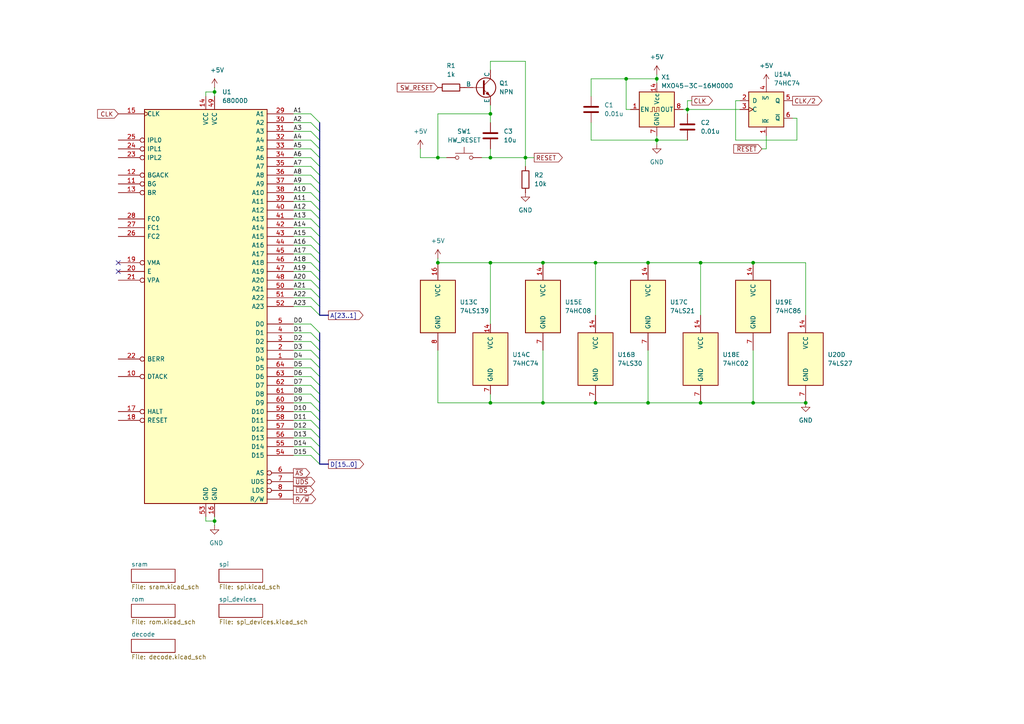
<source format=kicad_sch>
(kicad_sch (version 20231120) (generator "eeschema") (generator_version "8.0")
  (paper "A4")
  (lib_symbols
    (symbol "74xx:74HC02" (pin_names (offset 1.016))
      (property "Reference" "U" (at 0 1.27 0))
      (property "Value" "74HC02" (at 0 -1.27 0))
      (symbol "74HC02_1_1"
        (pin output inverted (at 7.62 0 180) (length 3.81) (name "~") (number "1"))
        (pin input line (at -7.62 2.54 0) (length 4.318) (name "~") (number "2"))
        (pin input line (at -7.62 -2.54 0) (length 4.318) (name "~") (number "3"))
      )
      (symbol "74HC02_1_2"
        (pin output line (at 7.62 0 180) (length 3.81) (name "~") (number "1"))
        (pin input inverted (at -7.62 2.54 0) (length 3.81) (name "~") (number "2"))
        (pin input inverted (at -7.62 -2.54 0) (length 3.81) (name "~") (number "3"))
      )
      (symbol "74HC02_2_1"
        (pin output inverted (at 7.62 0 180) (length 3.81) (name "~") (number "4"))
        (pin input line (at -7.62 2.54 0) (length 4.318) (name "~") (number "5"))
        (pin input line (at -7.62 -2.54 0) (length 4.318) (name "~") (number "6"))
      )
      (symbol "74HC02_2_2"
        (pin output line (at 7.62 0 180) (length 3.81) (name "~") (number "4"))
        (pin input inverted (at -7.62 2.54 0) (length 3.81) (name "~") (number "5"))
        (pin input inverted (at -7.62 -2.54 0) (length 3.81) (name "~") (number "6"))
      )
      (symbol "74HC02_3_1"
        (pin output inverted (at 7.62 0 180) (length 3.81) (name "~") (number "10"))
        (pin input line (at -7.62 2.54 0) (length 4.318) (name "~") (number "8"))
        (pin input line (at -7.62 -2.54 0) (length 4.318) (name "~") (number "9"))
      )
      (symbol "74HC02_3_2"
        (pin output line (at 7.62 0 180) (length 3.81) (name "~") (number "10"))
        (pin input inverted (at -7.62 2.54 0) (length 3.81) (name "~") (number "8"))
        (pin input inverted (at -7.62 -2.54 0) (length 3.81) (name "~") (number "9"))
      )
      (symbol "74HC02_4_1"
        (pin input line (at -7.62 2.54 0) (length 4.318) (name "~") (number "11"))
        (pin input line (at -7.62 -2.54 0) (length 4.318) (name "~") (number "12"))
        (pin output inverted (at 7.62 0 180) (length 3.81) (name "~") (number "13"))
      )
      (symbol "74HC02_4_2"
        (pin input inverted (at -7.62 2.54 0) (length 3.81) (name "~") (number "11"))
        (pin input inverted (at -7.62 -2.54 0) (length 3.81) (name "~") (number "12"))
        (pin output line (at 7.62 0 180) (length 3.81) (name "~") (number "13"))
      )
      (symbol "74HC02_5_0"
        (pin power_in line (at 0 12.7 270) (length 5.08) (name "VCC") (number "14"))
        (pin power_in line (at 0 -12.7 90) (length 5.08) (name "GND") (number "7"))
      )
    )
    (symbol "74xx:74HC74" (pin_names (offset 1.016))
      (property "Reference" "U" (at -7.62 8.89 0))
      (property "Value" "74HC74" (at -7.62 -8.89 0))
      (symbol "74HC74_1_0"
        (pin input line (at 0 -7.62 90) (length 2.54) (name "~{R}") (number "1"))
        (pin input line (at -7.62 2.54 0) (length 2.54) (name "D") (number "2"))
        (pin input clock (at -7.62 0 0) (length 2.54) (name "C") (number "3"))
        (pin input line (at 0 7.62 270) (length 2.54) (name "~{S}") (number "4"))
        (pin output line (at 7.62 2.54 180) (length 2.54) (name "Q") (number "5"))
        (pin output line (at 7.62 -2.54 180) (length 2.54) (name "~{Q}") (number "6"))
      )
      (symbol "74HC74_2_0"
        (pin input line (at 0 7.62 270) (length 2.54) (name "~{S}") (number "10"))
        (pin input clock (at -7.62 0 0) (length 2.54) (name "C") (number "11"))
        (pin input line (at -7.62 2.54 0) (length 2.54) (name "D") (number "12"))
        (pin input line (at 0 -7.62 90) (length 2.54) (name "~{R}") (number "13"))
        (pin output line (at 7.62 -2.54 180) (length 2.54) (name "~{Q}") (number "8"))
        (pin output line (at 7.62 2.54 180) (length 2.54) (name "Q") (number "9"))
      )
      (symbol "74HC74_3_0"
        (pin power_in line (at 0 10.16 270) (length 2.54) (name "VCC") (number "14"))
        (pin power_in line (at 0 -10.16 90) (length 2.54) (name "GND") (number "7"))
      )
    )
    (symbol "74xx:74HC86" (pin_names (offset 1.016))
      (property "Reference" "U" (at 0 1.27 0))
      (property "Value" "74HC86" (at 0 -1.27 0))
      (symbol "74HC86_1_0"
        (pin input line (at -7.62 2.54 0) (length 4.445) (name "~") (number "1"))
        (pin input line (at -7.62 -2.54 0) (length 4.445) (name "~") (number "2"))
        (pin output line (at 7.62 0 180) (length 3.81) (name "~") (number "3"))
      )
      (symbol "74HC86_2_0"
        (pin input line (at -7.62 2.54 0) (length 4.445) (name "~") (number "4"))
        (pin input line (at -7.62 -2.54 0) (length 4.445) (name "~") (number "5"))
        (pin output line (at 7.62 0 180) (length 3.81) (name "~") (number "6"))
      )
      (symbol "74HC86_3_0"
        (pin input line (at -7.62 -2.54 0) (length 4.445) (name "~") (number "10"))
        (pin output line (at 7.62 0 180) (length 3.81) (name "~") (number "8"))
        (pin input line (at -7.62 2.54 0) (length 4.445) (name "~") (number "9"))
      )
      (symbol "74HC86_4_0"
        (pin output line (at 7.62 0 180) (length 3.81) (name "~") (number "11"))
        (pin input line (at -7.62 2.54 0) (length 4.445) (name "~") (number "12"))
        (pin input line (at -7.62 -2.54 0) (length 4.445) (name "~") (number "13"))
      )
      (symbol "74HC86_5_0"
        (pin power_in line (at 0 12.7 270) (length 5.08) (name "VCC") (number "14"))
        (pin power_in line (at 0 -12.7 90) (length 5.08) (name "GND") (number "7"))
      )
    )
    (symbol "74xx:74LS08" (pin_names (offset 1.016))
      (property "Reference" "U" (at 0 1.27 0))
      (property "Value" "74LS08" (at 0 -1.27 0))
      (symbol "74LS08_1_1"
        (pin input line (at -7.62 2.54 0) (length 3.81) (name "~") (number "1"))
        (pin input line (at -7.62 -2.54 0) (length 3.81) (name "~") (number "2"))
        (pin output line (at 7.62 0 180) (length 3.81) (name "~") (number "3"))
      )
      (symbol "74LS08_1_2"
        (pin input inverted (at -7.62 2.54 0) (length 4.318) (name "~") (number "1"))
        (pin input inverted (at -7.62 -2.54 0) (length 4.318) (name "~") (number "2"))
        (pin output inverted (at 7.62 0 180) (length 3.81) (name "~") (number "3"))
      )
      (symbol "74LS08_2_1"
        (pin input line (at -7.62 2.54 0) (length 3.81) (name "~") (number "4"))
        (pin input line (at -7.62 -2.54 0) (length 3.81) (name "~") (number "5"))
        (pin output line (at 7.62 0 180) (length 3.81) (name "~") (number "6"))
      )
      (symbol "74LS08_2_2"
        (pin input inverted (at -7.62 2.54 0) (length 4.318) (name "~") (number "4"))
        (pin input inverted (at -7.62 -2.54 0) (length 4.318) (name "~") (number "5"))
        (pin output inverted (at 7.62 0 180) (length 3.81) (name "~") (number "6"))
      )
      (symbol "74LS08_3_1"
        (pin input line (at -7.62 -2.54 0) (length 3.81) (name "~") (number "10"))
        (pin output line (at 7.62 0 180) (length 3.81) (name "~") (number "8"))
        (pin input line (at -7.62 2.54 0) (length 3.81) (name "~") (number "9"))
      )
      (symbol "74LS08_3_2"
        (pin input inverted (at -7.62 -2.54 0) (length 4.318) (name "~") (number "10"))
        (pin output inverted (at 7.62 0 180) (length 3.81) (name "~") (number "8"))
        (pin input inverted (at -7.62 2.54 0) (length 4.318) (name "~") (number "9"))
      )
      (symbol "74LS08_4_1"
        (pin output line (at 7.62 0 180) (length 3.81) (name "~") (number "11"))
        (pin input line (at -7.62 2.54 0) (length 3.81) (name "~") (number "12"))
        (pin input line (at -7.62 -2.54 0) (length 3.81) (name "~") (number "13"))
      )
      (symbol "74LS08_4_2"
        (pin output inverted (at 7.62 0 180) (length 3.81) (name "~") (number "11"))
        (pin input inverted (at -7.62 2.54 0) (length 4.318) (name "~") (number "12"))
        (pin input inverted (at -7.62 -2.54 0) (length 4.318) (name "~") (number "13"))
      )
      (symbol "74LS08_5_0"
        (pin power_in line (at 0 12.7 270) (length 5.08) (name "VCC") (number "14"))
        (pin power_in line (at 0 -12.7 90) (length 5.08) (name "GND") (number "7"))
      )
    )
    (symbol "74xx:74LS139" (pin_names (offset 1.016))
      (property "Reference" "U" (at -7.62 8.89 0))
      (property "Value" "74LS139" (at -7.62 -8.89 0))
      (symbol "74LS139_1_0"
        (pin input inverted (at -12.7 -5.08 0) (length 5.08) (name "E") (number "1"))
        (pin input line (at -12.7 0 0) (length 5.08) (name "A0") (number "2"))
        (pin input line (at -12.7 2.54 0) (length 5.08) (name "A1") (number "3"))
        (pin output inverted (at 12.7 2.54 180) (length 5.08) (name "O0") (number "4"))
        (pin output inverted (at 12.7 0 180) (length 5.08) (name "O1") (number "5"))
        (pin output inverted (at 12.7 -2.54 180) (length 5.08) (name "O2") (number "6"))
        (pin output inverted (at 12.7 -5.08 180) (length 5.08) (name "O3") (number "7"))
      )
      (symbol "74LS139_2_0"
        (pin output inverted (at 12.7 -2.54 180) (length 5.08) (name "O2") (number "10"))
        (pin output inverted (at 12.7 0 180) (length 5.08) (name "O1") (number "11"))
        (pin output inverted (at 12.7 2.54 180) (length 5.08) (name "O0") (number "12"))
        (pin input line (at -12.7 2.54 0) (length 5.08) (name "A1") (number "13"))
        (pin input line (at -12.7 0 0) (length 5.08) (name "A0") (number "14"))
        (pin input inverted (at -12.7 -5.08 0) (length 5.08) (name "E") (number "15"))
        (pin output inverted (at 12.7 -5.08 180) (length 5.08) (name "O3") (number "9"))
      )
      (symbol "74LS139_3_0"
        (pin power_in line (at 0 12.7 270) (length 5.08) (name "VCC") (number "16"))
        (pin power_in line (at 0 -12.7 90) (length 5.08) (name "GND") (number "8"))
      )
    )
    (symbol "74xx:74LS21" (pin_names (offset 1.016))
      (property "Reference" "U" (at 0 1.27 0))
      (property "Value" "74LS21" (at 0 -1.27 0))
      (symbol "74LS21_1_1"
        (pin input line (at -7.62 3.81 0) (length 3.81) (name "~") (number "1"))
        (pin input line (at -7.62 1.27 0) (length 3.81) (name "~") (number "2"))
        (pin input line (at -7.62 -1.27 0) (length 3.81) (name "~") (number "4"))
        (pin input line (at -7.62 -3.81 0) (length 3.81) (name "~") (number "5"))
        (pin output line (at 7.62 0 180) (length 3.81) (name "~") (number "6"))
      )
      (symbol "74LS21_1_2"
        (pin input inverted (at -7.62 3.81 0) (length 3.81) (name "~") (number "1"))
        (pin input inverted (at -7.62 1.27 0) (length 4.826) (name "~") (number "2"))
        (pin input inverted (at -7.62 -1.27 0) (length 4.826) (name "~") (number "4"))
        (pin input inverted (at -7.62 -3.81 0) (length 3.81) (name "~") (number "5"))
        (pin output inverted (at 7.62 0 180) (length 3.81) (name "~") (number "6"))
      )
      (symbol "74LS21_2_1"
        (pin input line (at -7.62 1.27 0) (length 3.81) (name "~") (number "10"))
        (pin input line (at -7.62 -1.27 0) (length 3.81) (name "~") (number "12"))
        (pin input line (at -7.62 -3.81 0) (length 3.81) (name "~") (number "13"))
        (pin output line (at 7.62 0 180) (length 3.81) (name "~") (number "8"))
        (pin input line (at -7.62 3.81 0) (length 3.81) (name "~") (number "9"))
      )
      (symbol "74LS21_2_2"
        (pin input inverted (at -7.62 1.27 0) (length 4.826) (name "~") (number "10"))
        (pin input inverted (at -7.62 -1.27 0) (length 4.826) (name "~") (number "12"))
        (pin input inverted (at -7.62 -3.81 0) (length 3.81) (name "~") (number "13"))
        (pin output inverted (at 7.62 0 180) (length 3.81) (name "~") (number "8"))
        (pin input inverted (at -7.62 3.81 0) (length 3.81) (name "~") (number "9"))
      )
      (symbol "74LS21_3_0"
        (pin power_in line (at 0 12.7 270) (length 5.08) (name "VCC") (number "14"))
        (pin power_in line (at 0 -12.7 90) (length 5.08) (name "GND") (number "7"))
      )
    )
    (symbol "74xx:74LS27" (pin_names (offset 1.016))
      (property "Reference" "U" (at 0 1.27 0))
      (property "Value" "74LS27" (at 0 -1.27 0))
      (symbol "74LS27_1_1"
        (pin input line (at -7.62 2.54 0) (length 4.318) (name "~") (number "1"))
        (pin output inverted (at 7.62 0 180) (length 3.81) (name "~") (number "12"))
        (pin input line (at -7.62 -2.54 0) (length 4.318) (name "~") (number "13"))
        (pin input line (at -7.62 0 0) (length 4.953) (name "~") (number "2"))
      )
      (symbol "74LS27_1_2"
        (pin input inverted (at -7.62 2.54 0) (length 3.81) (name "~") (number "1"))
        (pin output line (at 7.62 0 180) (length 3.81) (name "~") (number "12"))
        (pin input inverted (at -7.62 -2.54 0) (length 3.81) (name "~") (number "13"))
        (pin input inverted (at -7.62 0 0) (length 3.81) (name "~") (number "2"))
      )
      (symbol "74LS27_2_1"
        (pin input line (at -7.62 2.54 0) (length 4.318) (name "~") (number "3"))
        (pin input line (at -7.62 0 0) (length 4.953) (name "~") (number "4"))
        (pin input line (at -7.62 -2.54 0) (length 4.318) (name "~") (number "5"))
        (pin output inverted (at 7.62 0 180) (length 3.81) (name "~") (number "6"))
      )
      (symbol "74LS27_2_2"
        (pin input inverted (at -7.62 2.54 0) (length 3.81) (name "~") (number "3"))
        (pin input inverted (at -7.62 0 0) (length 3.81) (name "~") (number "4"))
        (pin input inverted (at -7.62 -2.54 0) (length 3.81) (name "~") (number "5"))
        (pin output line (at 7.62 0 180) (length 3.81) (name "~") (number "6"))
      )
      (symbol "74LS27_3_1"
        (pin input line (at -7.62 0 0) (length 4.953) (name "~") (number "10"))
        (pin input line (at -7.62 -2.54 0) (length 4.318) (name "~") (number "11"))
        (pin output inverted (at 7.62 0 180) (length 3.81) (name "~") (number "8"))
        (pin input line (at -7.62 2.54 0) (length 4.318) (name "~") (number "9"))
      )
      (symbol "74LS27_3_2"
        (pin input inverted (at -7.62 0 0) (length 3.81) (name "~") (number "10"))
        (pin input inverted (at -7.62 -2.54 0) (length 3.81) (name "~") (number "11"))
        (pin output line (at 7.62 0 180) (length 3.81) (name "~") (number "8"))
        (pin input inverted (at -7.62 2.54 0) (length 3.81) (name "~") (number "9"))
      )
      (symbol "74LS27_4_0"
        (pin power_in line (at 0 12.7 270) (length 5.08) (name "VCC") (number "14"))
        (pin power_in line (at 0 -12.7 90) (length 5.08) (name "GND") (number "7"))
      )
    )
    (symbol "74xx:74LS30" (pin_names (offset 1.016))
      (property "Reference" "U" (at 0 1.27 0))
      (property "Value" "74LS30" (at 0 -1.27 0))
      (symbol "74LS30_1_1"
        (pin input line (at -7.62 7.62 0) (length 3.81) (name "~") (number "1"))
        (pin input line (at -7.62 -7.62 0) (length 3.81) (name "~") (number "11"))
        (pin input line (at -7.62 -10.16 0) (length 3.81) (name "~") (number "12"))
        (pin input line (at -7.62 5.08 0) (length 3.81) (name "~") (number "2"))
        (pin input line (at -7.62 2.54 0) (length 3.81) (name "~") (number "3"))
        (pin input line (at -7.62 0 0) (length 3.81) (name "~") (number "4"))
        (pin input line (at -7.62 -2.54 0) (length 3.81) (name "~") (number "5"))
        (pin input line (at -7.62 -5.08 0) (length 3.81) (name "~") (number "6"))
        (pin output inverted (at 7.62 0 180) (length 3.81) (name "~") (number "8"))
      )
      (symbol "74LS30_1_2"
        (pin input inverted (at -7.62 7.62 0) (length 3.81) (name "~") (number "1"))
        (pin input inverted (at -7.62 -7.62 0) (length 3.81) (name "~") (number "11"))
        (pin input inverted (at -7.62 -10.16 0) (length 3.81) (name "~") (number "12"))
        (pin input inverted (at -7.62 5.08 0) (length 3.81) (name "~") (number "2"))
        (pin input inverted (at -7.62 2.54 0) (length 4.5466) (name "~") (number "3"))
        (pin input inverted (at -7.62 0 0) (length 5.08) (name "~") (number "4"))
        (pin input inverted (at -7.62 -2.54 0) (length 4.5466) (name "~") (number "5"))
        (pin input inverted (at -7.62 -5.08 0) (length 3.81) (name "~") (number "6"))
        (pin output line (at 7.62 0 180) (length 3.81) (name "~") (number "8"))
      )
      (symbol "74LS30_2_0"
        (pin power_in line (at 0 12.7 270) (length 5.08) (name "VCC") (number "14"))
        (pin power_in line (at 0 -12.7 90) (length 5.08) (name "GND") (number "7"))
      )
    )
    (symbol "CPU_NXP_68000:68000D" (pin_names (offset 0.762))
      (property "Reference" "U" (at 0 2.54 0))
      (property "Value" "68000D" (at 0 -3.81 0))
      (symbol "68000D_1_1"
        (pin bidirectional line (at 25.4 -15.24 180) (length 7.62) (name "D4") (number "1"))
        (pin input inverted (at -25.4 -20.32 0) (length 7.62) (name "DTACK") (number "10"))
        (pin output inverted (at -25.4 35.56 0) (length 7.62) (name "BG") (number "11"))
        (pin input inverted (at -25.4 38.1 0) (length 7.62) (name "BGACK") (number "12"))
        (pin input inverted (at -25.4 33.02 0) (length 7.62) (name "BR") (number "13"))
        (pin power_in line (at 0 60.96 270) (length 3.81) (name "VCC") (number "14"))
        (pin input clock (at -25.4 55.88 0) (length 7.62) (name "CLK") (number "15"))
        (pin power_in line (at 2.54 -60.96 90) (length 3.81) (name "GND") (number "16"))
        (pin bidirectional inverted (at -25.4 -30.48 0) (length 7.62) (name "HALT") (number "17"))
        (pin bidirectional inverted (at -25.4 -33.02 0) (length 7.62) (name "RESET") (number "18"))
        (pin output inverted (at -25.4 12.7 0) (length 7.62) (name "VMA") (number "19"))
        (pin bidirectional line (at 25.4 -12.7 180) (length 7.62) (name "D3") (number "2"))
        (pin output line (at -25.4 10.16 0) (length 7.62) (name "E") (number "20"))
        (pin input inverted (at -25.4 7.62 0) (length 7.62) (name "VPA") (number "21"))
        (pin input inverted (at -25.4 -15.24 0) (length 7.62) (name "BERR") (number "22"))
        (pin input inverted (at -25.4 43.18 0) (length 7.62) (name "IPL2") (number "23"))
        (pin input inverted (at -25.4 45.72 0) (length 7.62) (name "IPL1") (number "24"))
        (pin input inverted (at -25.4 48.26 0) (length 7.62) (name "IPL0") (number "25"))
        (pin output line (at -25.4 20.32 0) (length 7.62) (name "FC2") (number "26"))
        (pin output line (at -25.4 22.86 0) (length 7.62) (name "FC1") (number "27"))
        (pin output line (at -25.4 25.4 0) (length 7.62) (name "FC0") (number "28"))
        (pin output line (at 25.4 55.88 180) (length 7.62) (name "A1") (number "29"))
        (pin bidirectional line (at 25.4 -10.16 180) (length 7.62) (name "D2") (number "3"))
        (pin output line (at 25.4 53.34 180) (length 7.62) (name "A2") (number "30"))
        (pin output line (at 25.4 50.8 180) (length 7.62) (name "A3") (number "31"))
        (pin output line (at 25.4 48.26 180) (length 7.62) (name "A4") (number "32"))
        (pin output line (at 25.4 45.72 180) (length 7.62) (name "A5") (number "33"))
        (pin output line (at 25.4 43.18 180) (length 7.62) (name "A6") (number "34"))
        (pin output line (at 25.4 40.64 180) (length 7.62) (name "A7") (number "35"))
        (pin output line (at 25.4 38.1 180) (length 7.62) (name "A8") (number "36"))
        (pin output line (at 25.4 35.56 180) (length 7.62) (name "A9") (number "37"))
        (pin output line (at 25.4 33.02 180) (length 7.62) (name "A10") (number "38"))
        (pin output line (at 25.4 30.48 180) (length 7.62) (name "A11") (number "39"))
        (pin bidirectional line (at 25.4 -7.62 180) (length 7.62) (name "D1") (number "4"))
        (pin output line (at 25.4 27.94 180) (length 7.62) (name "A12") (number "40"))
        (pin output line (at 25.4 25.4 180) (length 7.62) (name "A13") (number "41"))
        (pin output line (at 25.4 22.86 180) (length 7.62) (name "A14") (number "42"))
        (pin output line (at 25.4 20.32 180) (length 7.62) (name "A15") (number "43"))
        (pin output line (at 25.4 17.78 180) (length 7.62) (name "A16") (number "44"))
        (pin output line (at 25.4 15.24 180) (length 7.62) (name "A17") (number "45"))
        (pin output line (at 25.4 12.7 180) (length 7.62) (name "A18") (number "46"))
        (pin output line (at 25.4 10.16 180) (length 7.62) (name "A19") (number "47"))
        (pin output line (at 25.4 7.62 180) (length 7.62) (name "A20") (number "48"))
        (pin power_in line (at 2.54 60.96 270) (length 3.81) (name "VCC") (number "49"))
        (pin bidirectional line (at 25.4 -5.08 180) (length 7.62) (name "D0") (number "5"))
        (pin output line (at 25.4 5.08 180) (length 7.62) (name "A21") (number "50"))
        (pin output line (at 25.4 2.54 180) (length 7.62) (name "A22") (number "51"))
        (pin output line (at 25.4 0 180) (length 7.62) (name "A23") (number "52"))
        (pin power_in line (at 0 -60.96 90) (length 3.81) (name "GND") (number "53"))
        (pin bidirectional line (at 25.4 -43.18 180) (length 7.62) (name "D15") (number "54"))
        (pin bidirectional line (at 25.4 -40.64 180) (length 7.62) (name "D14") (number "55"))
        (pin bidirectional line (at 25.4 -38.1 180) (length 7.62) (name "D13") (number "56"))
        (pin bidirectional line (at 25.4 -35.56 180) (length 7.62) (name "D12") (number "57"))
        (pin bidirectional line (at 25.4 -33.02 180) (length 7.62) (name "D11") (number "58"))
        (pin bidirectional line (at 25.4 -30.48 180) (length 7.62) (name "D10") (number "59"))
        (pin output inverted (at 25.4 -48.26 180) (length 7.62) (name "AS") (number "6"))
        (pin bidirectional line (at 25.4 -27.94 180) (length 7.62) (name "D9") (number "60"))
        (pin bidirectional line (at 25.4 -25.4 180) (length 7.62) (name "D8") (number "61"))
        (pin bidirectional line (at 25.4 -22.86 180) (length 7.62) (name "D7") (number "62"))
        (pin bidirectional line (at 25.4 -20.32 180) (length 7.62) (name "D6") (number "63"))
        (pin bidirectional line (at 25.4 -17.78 180) (length 7.62) (name "D5") (number "64"))
        (pin output inverted (at 25.4 -50.8 180) (length 7.62) (name "UDS") (number "7"))
        (pin output inverted (at 25.4 -53.34 180) (length 7.62) (name "LDS") (number "8"))
        (pin output line (at 25.4 -55.88 180) (length 7.62) (name "R/W") (number "9"))
      )
    )
    (symbol "Device:C" (pin_numbers hide) (pin_names (offset 0.254))
      (property "Reference" "C" (at 0.635 2.54 0))
      (property "Value" "C" (at 0.635 -2.54 0))
      (symbol "C_1_1"
        (pin passive line (at 0 3.81 270) (length 2.794) (name "~") (number "1"))
        (pin passive line (at 0 -3.81 90) (length 2.794) (name "~") (number "2"))
      )
    )
    (symbol "Device:R" (pin_numbers hide) (pin_names (offset 0))
      (property "Reference" "R" (at 2.032 0 90))
      (property "Value" "R" (at 0 0 90))
      (symbol "R_1_1"
        (pin passive line (at 0 3.81 270) (length 1.27) (name "~") (number "1"))
        (pin passive line (at 0 -3.81 90) (length 1.27) (name "~") (number "2"))
      )
    )
    (symbol "Oscillator:CXO_DIP14" (pin_names (offset 0.254))
      (property "Reference" "X" (at -5.08 6.35 0))
      (property "Value" "CXO_DIP14" (at 1.27 -6.35 0))
      (symbol "CXO_DIP14_1_1"
        (pin input line (at -7.62 0 0) (length 2.54) (name "EN") (number "1"))
        (pin power_in line (at 0 7.62 270) (length 2.54) (name "Vcc") (number "14"))
        (pin power_in line (at 0 -7.62 90) (length 2.54) (name "GND") (number "7"))
        (pin output line (at 7.62 0 180) (length 2.54) (name "OUT") (number "8"))
      )
    )
    (symbol "Simulation_SPICE:NPN" (pin_numbers hide) (pin_names (offset 0))
      (property "Reference" "Q" (at -2.54 7.62 0))
      (property "Value" "NPN" (at -2.54 5.08 0))
      (symbol "NPN_1_1"
        (pin open_collector line (at 2.54 5.08 270) (length 2.54) (name "C") (number "1"))
        (pin input line (at -5.08 0 0) (length 2.54) (name "B") (number "2"))
        (pin open_emitter line (at 2.54 -5.08 90) (length 2.54) (name "E") (number "3"))
      )
    )
    (symbol "Switch:SW_Push" (pin_numbers hide) (pin_names (offset 1.016) hide)
      (property "Reference" "SW" (at 1.27 2.54 0))
      (property "Value" "SW_Push" (at 0 -1.524 0))
      (symbol "SW_Push_0_1"
        (pin passive line (at -5.08 0 0) (length 2.54) (name "1") (number "1"))
        (pin passive line (at 5.08 0 180) (length 2.54) (name "2") (number "2"))
      )
    )
    (symbol "power:+5V" (power) (pin_numbers hide) (pin_names (offset 0) hide)
      (property "Value" "+5V" (at 0 3.556 0))
      (symbol "+5V_1_1"
        (pin power_in line (at 0 0 90) (length 0) (name "~") (number "1"))
      )
    )
    (symbol "power:GND" (power) (pin_numbers hide) (pin_names (offset 0) hide)
      (property "Value" "GND" (at 0 -3.81 0))
      (symbol "GND_1_1"
        (pin power_in line (at 0 0 270) (length 0) (name "~") (number "1"))
      )
    )
  )
  (junction (at 218.44 76.2))
  (junction (at 142.24 76.2))
  (junction (at 142.24 45.72))
  (junction (at 127 76.2))
  (junction (at 127 45.72))
  (junction (at 62.23 151.13))
  (junction (at 190.5 40.64))
  (junction (at 152.4 45.72))
  (junction (at 181.61 22.86))
  (junction (at 218.44 116.84))
  (junction (at 190.5 22.86))
  (junction (at 233.68 116.84))
  (junction (at 203.2 76.2))
  (junction (at 142.24 116.84))
  (junction (at 172.72 76.2))
  (junction (at 142.24 33.02))
  (junction (at 157.48 76.2))
  (junction (at 172.72 116.84))
  (junction (at 187.96 116.84))
  (junction (at 203.2 116.84))
  (junction (at 199.39 31.75))
  (junction (at 62.23 26.67))
  (junction (at 157.48 116.84))
  (junction (at 187.96 76.2))
  (no_connect (at 34.29 76.2))
  (no_connect (at 34.29 78.74))
  (bus_entry (at 92.71 71.12) (size -2.54 -2.54))
  (bus_entry (at 92.71 119.38) (size -2.54 -2.54))
  (bus_entry (at 92.71 68.58) (size -2.54 -2.54))
  (bus_entry (at 92.71 78.74) (size -2.54 -2.54))
  (bus_entry (at 92.71 116.84) (size -2.54 -2.54))
  (bus_entry (at 92.71 83.82) (size -2.54 -2.54))
  (bus_entry (at 92.71 124.46) (size -2.54 -2.54))
  (bus_entry (at 92.71 55.88) (size -2.54 -2.54))
  (bus_entry (at 92.71 76.2) (size -2.54 -2.54))
  (bus_entry (at 92.71 73.66) (size -2.54 -2.54))
  (bus_entry (at 92.71 127) (size -2.54 -2.54))
  (bus_entry (at 92.71 81.28) (size -2.54 -2.54))
  (bus_entry (at 92.71 109.22) (size -2.54 -2.54))
  (bus_entry (at 92.71 111.76) (size -2.54 -2.54))
  (bus_entry (at 92.71 38.1) (size -2.54 -2.54))
  (bus_entry (at 92.71 101.6) (size -2.54 -2.54))
  (bus_entry (at 92.71 53.34) (size -2.54 -2.54))
  (bus_entry (at 92.71 91.44) (size -2.54 -2.54))
  (bus_entry (at 92.71 121.92) (size -2.54 -2.54))
  (bus_entry (at 92.71 134.62) (size -2.54 -2.54))
  (bus_entry (at 92.71 114.3) (size -2.54 -2.54))
  (bus_entry (at 92.71 48.26) (size -2.54 -2.54))
  (bus_entry (at 92.71 104.14) (size -2.54 -2.54))
  (bus_entry (at 92.71 96.52) (size -2.54 -2.54))
  (bus_entry (at 92.71 43.18) (size -2.54 -2.54))
  (bus_entry (at 92.71 86.36) (size -2.54 -2.54))
  (bus_entry (at 92.71 88.9) (size -2.54 -2.54))
  (bus_entry (at 92.71 66.04) (size -2.54 -2.54))
  (bus_entry (at 92.71 58.42) (size -2.54 -2.54))
  (bus_entry (at 92.71 35.56) (size -2.54 -2.54))
  (bus_entry (at 92.71 60.96) (size -2.54 -2.54))
  (bus_entry (at 92.71 63.5) (size -2.54 -2.54))
  (bus_entry (at 92.71 50.8) (size -2.54 -2.54))
  (bus_entry (at 92.71 40.64) (size -2.54 -2.54))
  (bus_entry (at 92.71 129.54) (size -2.54 -2.54))
  (bus_entry (at 92.71 132.08) (size -2.54 -2.54))
  (bus_entry (at 92.71 45.72) (size -2.54 -2.54))
  (bus_entry (at 92.71 106.68) (size -2.54 -2.54))
  (bus_entry (at 92.71 99.06) (size -2.54 -2.54))
  (wire (pts (xy 85.09 114.3) (xy 90.17 114.3)))
  (wire (pts (xy 190.5 22.86) (xy 190.5 24.13)))
  (wire (pts (xy 62.23 152.4) (xy 62.23 151.13)))
  (bus (pts (xy 92.71 68.58) (xy 92.71 71.12)))
  (wire (pts (xy 233.68 76.2) (xy 233.68 91.44)))
  (wire (pts (xy 85.09 55.88) (xy 90.17 55.88)))
  (wire (pts (xy 231.14 40.64) (xy 231.14 34.29)))
  (bus (pts (xy 92.71 86.36) (xy 92.71 88.9)))
  (wire (pts (xy 231.14 34.29) (xy 229.87 34.29)))
  (wire (pts (xy 85.09 66.04) (xy 90.17 66.04)))
  (wire (pts (xy 85.09 83.82) (xy 90.17 83.82)))
  (wire (pts (xy 222.25 43.18) (xy 222.25 39.37)))
  (wire (pts (xy 59.69 151.13) (xy 62.23 151.13)))
  (wire (pts (xy 85.09 45.72) (xy 90.17 45.72)))
  (wire (pts (xy 218.44 76.2) (xy 233.68 76.2)))
  (wire (pts (xy 213.36 29.21) (xy 213.36 40.64)))
  (wire (pts (xy 199.39 31.75) (xy 214.63 31.75)))
  (wire (pts (xy 62.23 151.13) (xy 62.23 149.86)))
  (bus (pts (xy 92.71 55.88) (xy 92.71 58.42)))
  (wire (pts (xy 85.09 111.76) (xy 90.17 111.76)))
  (wire (pts (xy 85.09 121.92) (xy 90.17 121.92)))
  (wire (pts (xy 85.09 101.6) (xy 90.17 101.6)))
  (wire (pts (xy 190.5 21.59) (xy 190.5 22.86)))
  (wire (pts (xy 213.36 40.64) (xy 231.14 40.64)))
  (wire (pts (xy 59.69 26.67) (xy 62.23 26.67)))
  (wire (pts (xy 142.24 116.84) (xy 157.48 116.84)))
  (wire (pts (xy 85.09 86.36) (xy 90.17 86.36)))
  (wire (pts (xy 142.24 33.02) (xy 142.24 30.48)))
  (wire (pts (xy 127 45.72) (xy 129.54 45.72)))
  (wire (pts (xy 85.09 40.64) (xy 90.17 40.64)))
  (wire (pts (xy 152.4 45.72) (xy 154.94 45.72)))
  (wire (pts (xy 85.09 60.96) (xy 90.17 60.96)))
  (bus (pts (xy 92.71 45.72) (xy 92.71 48.26)))
  (wire (pts (xy 85.09 58.42) (xy 90.17 58.42)))
  (wire (pts (xy 85.09 33.02) (xy 90.17 33.02)))
  (wire (pts (xy 121.92 45.72) (xy 121.92 43.18)))
  (wire (pts (xy 220.98 43.18) (xy 222.25 43.18)))
  (wire (pts (xy 85.09 48.26) (xy 90.17 48.26)))
  (wire (pts (xy 203.2 76.2) (xy 218.44 76.2)))
  (wire (pts (xy 85.09 71.12) (xy 90.17 71.12)))
  (wire (pts (xy 62.23 25.4) (xy 62.23 26.67)))
  (bus (pts (xy 92.71 129.54) (xy 92.71 132.08)))
  (wire (pts (xy 85.09 63.5) (xy 90.17 63.5)))
  (wire (pts (xy 157.48 116.84) (xy 172.72 116.84)))
  (wire (pts (xy 152.4 45.72) (xy 142.24 45.72)))
  (bus (pts (xy 92.71 60.96) (xy 92.71 63.5)))
  (wire (pts (xy 172.72 76.2) (xy 172.72 91.44)))
  (bus (pts (xy 92.71 119.38) (xy 92.71 121.92)))
  (bus (pts (xy 92.71 76.2) (xy 92.71 78.74)))
  (wire (pts (xy 190.5 40.64) (xy 190.5 39.37)))
  (wire (pts (xy 85.09 106.68) (xy 90.17 106.68)))
  (bus (pts (xy 92.71 91.44) (xy 95.25 91.44)))
  (wire (pts (xy 181.61 22.86) (xy 181.61 31.75)))
  (wire (pts (xy 85.09 109.22) (xy 90.17 109.22)))
  (wire (pts (xy 142.24 35.56) (xy 142.24 33.02)))
  (bus (pts (xy 92.71 63.5) (xy 92.71 66.04)))
  (wire (pts (xy 203.2 76.2) (xy 203.2 91.44)))
  (bus (pts (xy 92.71 48.26) (xy 92.71 50.8)))
  (wire (pts (xy 157.48 76.2) (xy 172.72 76.2)))
  (bus (pts (xy 92.71 78.74) (xy 92.71 81.28)))
  (wire (pts (xy 190.5 40.64) (xy 199.39 40.64)))
  (wire (pts (xy 199.39 33.02) (xy 199.39 31.75)))
  (bus (pts (xy 92.71 66.04) (xy 92.71 68.58)))
  (wire (pts (xy 171.45 35.56) (xy 171.45 40.64)))
  (bus (pts (xy 92.71 73.66) (xy 92.71 76.2)))
  (bus (pts (xy 92.71 101.6) (xy 92.71 104.14)))
  (wire (pts (xy 59.69 27.94) (xy 59.69 26.67)))
  (bus (pts (xy 92.71 83.82) (xy 92.71 86.36)))
  (wire (pts (xy 127 116.84) (xy 142.24 116.84)))
  (wire (pts (xy 127 74.93) (xy 127 76.2)))
  (wire (pts (xy 85.09 76.2) (xy 90.17 76.2)))
  (wire (pts (xy 172.72 76.2) (xy 187.96 76.2)))
  (bus (pts (xy 92.71 58.42) (xy 92.71 60.96)))
  (wire (pts (xy 172.72 116.84) (xy 187.96 116.84)))
  (wire (pts (xy 142.24 76.2) (xy 142.24 93.98)))
  (wire (pts (xy 139.7 45.72) (xy 142.24 45.72)))
  (bus (pts (xy 92.71 71.12) (xy 92.71 73.66)))
  (wire (pts (xy 200.66 29.21) (xy 199.39 29.21)))
  (bus (pts (xy 92.71 116.84) (xy 92.71 119.38)))
  (bus (pts (xy 92.71 111.76) (xy 92.71 114.3)))
  (wire (pts (xy 85.09 78.74) (xy 90.17 78.74)))
  (bus (pts (xy 92.71 81.28) (xy 92.71 83.82)))
  (wire (pts (xy 85.09 119.38) (xy 90.17 119.38)))
  (wire (pts (xy 187.96 116.84) (xy 203.2 116.84)))
  (wire (pts (xy 85.09 96.52) (xy 90.17 96.52)))
  (wire (pts (xy 85.09 99.06) (xy 90.17 99.06)))
  (wire (pts (xy 142.24 17.78) (xy 142.24 20.32)))
  (wire (pts (xy 85.09 68.58) (xy 90.17 68.58)))
  (wire (pts (xy 85.09 132.08) (xy 90.17 132.08)))
  (bus (pts (xy 92.71 99.06) (xy 92.71 101.6)))
  (wire (pts (xy 142.24 43.18) (xy 142.24 45.72)))
  (wire (pts (xy 127 33.02) (xy 142.24 33.02)))
  (wire (pts (xy 190.5 22.86) (xy 181.61 22.86)))
  (wire (pts (xy 181.61 22.86) (xy 171.45 22.86)))
  (wire (pts (xy 199.39 31.75) (xy 198.12 31.75)))
  (wire (pts (xy 85.09 81.28) (xy 90.17 81.28)))
  (bus (pts (xy 92.71 96.52) (xy 92.71 99.06)))
  (wire (pts (xy 142.24 114.3) (xy 142.24 116.84)))
  (bus (pts (xy 92.71 50.8) (xy 92.71 53.34)))
  (bus (pts (xy 92.71 114.3) (xy 92.71 116.84)))
  (wire (pts (xy 190.5 41.91) (xy 190.5 40.64)))
  (wire (pts (xy 85.09 127) (xy 90.17 127)))
  (wire (pts (xy 157.48 101.6) (xy 157.48 116.84)))
  (wire (pts (xy 142.24 17.78) (xy 152.4 17.78)))
  (wire (pts (xy 181.61 31.75) (xy 182.88 31.75)))
  (wire (pts (xy 85.09 43.18) (xy 90.17 43.18)))
  (wire (pts (xy 85.09 73.66) (xy 90.17 73.66)))
  (wire (pts (xy 214.63 29.21) (xy 213.36 29.21)))
  (wire (pts (xy 127 101.6) (xy 127 116.84)))
  (bus (pts (xy 92.71 38.1) (xy 92.71 40.64)))
  (wire (pts (xy 121.92 45.72) (xy 127 45.72)))
  (bus (pts (xy 92.71 40.64) (xy 92.71 43.18)))
  (wire (pts (xy 218.44 101.6) (xy 218.44 116.84)))
  (bus (pts (xy 92.71 43.18) (xy 92.71 45.72)))
  (wire (pts (xy 85.09 88.9) (xy 90.17 88.9)))
  (wire (pts (xy 85.09 93.98) (xy 90.17 93.98)))
  (wire (pts (xy 233.68 116.84) (xy 218.44 116.84)))
  (wire (pts (xy 187.96 76.2) (xy 203.2 76.2)))
  (wire (pts (xy 218.44 116.84) (xy 203.2 116.84)))
  (wire (pts (xy 171.45 22.86) (xy 171.45 27.94)))
  (bus (pts (xy 92.71 104.14) (xy 92.71 106.68)))
  (wire (pts (xy 142.24 76.2) (xy 157.48 76.2)))
  (wire (pts (xy 199.39 29.21) (xy 199.39 31.75)))
  (wire (pts (xy 152.4 17.78) (xy 152.4 45.72)))
  (wire (pts (xy 85.09 129.54) (xy 90.17 129.54)))
  (wire (pts (xy 62.23 26.67) (xy 62.23 27.94)))
  (wire (pts (xy 187.96 101.6) (xy 187.96 116.84)))
  (wire (pts (xy 85.09 38.1) (xy 90.17 38.1)))
  (bus (pts (xy 92.71 121.92) (xy 92.71 124.46)))
  (bus (pts (xy 92.71 106.68) (xy 92.71 109.22)))
  (wire (pts (xy 171.45 40.64) (xy 190.5 40.64)))
  (wire (pts (xy 127 33.02) (xy 127 45.72)))
  (wire (pts (xy 85.09 35.56) (xy 90.17 35.56)))
  (bus (pts (xy 92.71 35.56) (xy 92.71 38.1)))
  (wire (pts (xy 59.69 149.86) (xy 59.69 151.13)))
  (bus (pts (xy 92.71 124.46) (xy 92.71 127)))
  (wire (pts (xy 85.09 50.8) (xy 90.17 50.8)))
  (wire (pts (xy 85.09 116.84) (xy 90.17 116.84)))
  (wire (pts (xy 85.09 53.34) (xy 90.17 53.34)))
  (wire (pts (xy 152.4 45.72) (xy 152.4 48.26)))
  (wire (pts (xy 127 76.2) (xy 142.24 76.2)))
  (wire (pts (xy 85.09 104.14) (xy 90.17 104.14)))
  (wire (pts (xy 85.09 124.46) (xy 90.17 124.46)))
  (bus (pts (xy 92.71 88.9) (xy 92.71 91.44)))
  (bus (pts (xy 92.71 127) (xy 92.71 129.54)))
  (bus (pts (xy 92.71 53.34) (xy 92.71 55.88)))
  (bus (pts (xy 92.71 134.62) (xy 95.25 134.62)))
  (bus (pts (xy 92.71 132.08) (xy 92.71 134.62)))
  (bus (pts (xy 92.71 109.22) (xy 92.71 111.76)))
  (label "D0" (at 85.09 93.98 0))
  (label "A7" (at 85.09 48.26 0))
  (label "D3" (at 85.09 101.6 0))
  (label "D2" (at 85.09 99.06 0))
  (label "D8" (at 85.09 114.3 0))
  (label "D11" (at 85.09 121.92 0))
  (label "D5" (at 85.09 106.68 0))
  (label "A20" (at 85.09 81.28 0))
  (label "D14" (at 85.09 129.54 0))
  (label "A6" (at 85.09 45.72 0))
  (label "A22" (at 85.09 86.36 0))
  (label "D13" (at 85.09 127 0))
  (label "A16" (at 85.09 71.12 0))
  (label "A19" (at 85.09 78.74 0))
  (label "A18" (at 85.09 76.2 0))
  (label "A3" (at 85.09 38.1 0))
  (label "A10" (at 85.09 55.88 0))
  (label "A4" (at 85.09 40.64 0))
  (label "A1" (at 85.09 33.02 0))
  (label "A5" (at 85.09 43.18 0))
  (label "A17" (at 85.09 73.66 0))
  (label "A11" (at 85.09 58.42 0))
  (label "D9" (at 85.09 116.84 0))
  (label "D12" (at 85.09 124.46 0))
  (label "A15" (at 85.09 68.58 0))
  (label "D6" (at 85.09 109.22 0))
  (label "D1" (at 85.09 96.52 0))
  (label "A23" (at 85.09 88.9 0))
  (label "A12" (at 85.09 60.96 0))
  (label "A8" (at 85.09 50.8 0))
  (label "A21" (at 85.09 83.82 0))
  (label "A2" (at 85.09 35.56 0))
  (label "D15" (at 85.09 132.08 0))
  (label "A13" (at 85.09 63.5 0))
  (label "A9" (at 85.09 53.34 0))
  (label "D10" (at 85.09 119.38 0))
  (label "D4" (at 85.09 104.14 0))
  (label "D7" (at 85.09 111.76 0))
  (label "A14" (at 85.09 66.04 0))
  (global_label "CLK" (shape output) (at 200.66 29.21 0) (property "Intersheetrefs" "${INTERSHEET_REFS}" (at 207.2133 29.21 0) (effects (justify left))))
  (global_label "CLK{slash}2" (shape output) (at 229.87 29.21 0) (property "Intersheetrefs" "${INTERSHEET_REFS}" (at 238.9633 29.21 0) (effects (justify left))))
  (global_label "A[23..1]" (shape output) (at 95.25 91.44 0) (property "Intersheetrefs" "${INTERSHEET_REFS}" (at 105.8553 91.44 0) (effects (justify left))))
  (global_label "D[15..0]" (shape output) (at 95.25 134.62 0) (property "Intersheetrefs" "${INTERSHEET_REFS}" (at 106.0367 134.62 0) (effects (justify left))))
  (global_label "RESET" (shape output) (at 154.94 45.72 0) (property "Intersheetrefs" "${INTERSHEET_REFS}" (at 163.6703 45.72 0) (effects (justify left))))
  (global_label "R{slash}~{W}" (shape output) (at 85.09 144.78 0) (property "Intersheetrefs" "${INTERSHEET_REFS}" (at 92.1271 144.78 0) (effects (justify left))))
  (global_label "SW_RESET" (shape input) (at 127 25.4 180) (property "Intersheetrefs" "${INTERSHEET_REFS}" (at 114.6412 25.4 0) (effects (justify right))))
  (global_label "CLK" (shape input) (at 34.29 33.02 180) (property "Intersheetrefs" "${INTERSHEET_REFS}" (at 27.7367 33.02 0) (effects (justify right))))
  (global_label "~{AS}" (shape output) (at 85.09 137.16 0) (property "Intersheetrefs" "${INTERSHEET_REFS}" (at 90.3733 137.16 0) (effects (justify left))))
  (global_label "~{RESET}" (shape input) (at 220.98 43.18 180) (property "Intersheetrefs" "${INTERSHEET_REFS}" (at 212.2497 43.18 0) (effects (justify right))))
  (global_label "~{LDS}" (shape output) (at 85.09 142.24 0) (property "Intersheetrefs" "${INTERSHEET_REFS}" (at 91.5828 142.24 0) (effects (justify left))))
  (global_label "~{UDS}" (shape output) (at 85.09 139.7 0) (property "Intersheetrefs" "${INTERSHEET_REFS}" (at 91.8852 139.7 0) (effects (justify left))))
  (symbol (lib_id "74xx:74HC74") (at 142.24 104.14 0) (unit 3)
    (property "Reference" "U14" (at 148.59 102.8699 0) (effects (justify left)))
    (property "Value" "74HC74" (at 148.59 105.4099 0) (effects (justify left)))
    (property "Datasheet" "74xx/74hc_hct74.pdf" (effects (hide yes)))
    (property "Description" "Dual D Flip-flop, Set & Reset" (effects (hide yes)))
  )
  (symbol (lib_id "CPU_NXP_68000:68000D") (at 59.69 88.9 0) (unit 1)
    (property "Reference" "U1" (at 64.4241 26.67 0) (effects (justify left)))
    (property "Value" "68000D" (at 64.4241 29.21 0) (effects (justify left)))
    (property "Footprint" "Package_DIP:DIP-64_W22.86mm_Socket" (effects (hide yes)))
    (property "Datasheet" "https://www.nxp.com/docs/en/reference-manual/MC68000UM.pdf" (effects (hide yes)))
    (property "Description" "16/32-bit Microprocessor" (effects (hide yes)))
  )
  (symbol (lib_id "74xx:74LS08") (at 157.48 88.9 0) (unit 5)
    (property "Reference" "U15" (at 163.83 87.6299 0) (effects (justify left)))
    (property "Value" "74HC08" (at 163.83 90.1699 0) (effects (justify left)))
    (property "Datasheet" "http://www.ti.com/lit/gpn/sn74LS08" (effects (hide yes)))
    (property "Description" "Quad And2" (effects (hide yes)))
  )
  (symbol (lib_id "Device:C") (at 142.24 39.37 0) (unit 1)
    (property "Reference" "C3" (at 146.05 38.0999 0) (effects (justify left)))
    (property "Value" "10u" (at 146.05 40.6399 0) (effects (justify left)))
    (property "Description" "Unpolarized capacitor" (effects (hide yes)))
  )
  (symbol (lib_id "Device:R") (at 130.81 25.4 90) (unit 1)
    (property "Reference" "R1" (at 130.81 19.05 90))
    (property "Value" "1k" (at 130.81 21.59 90))
    (property "Description" "Resistor" (effects (hide yes)))
  )
  (symbol (lib_id "74xx:74LS139") (at 127 88.9 0) (unit 3)
    (property "Reference" "U13" (at 133.35 87.6299 0) (effects (justify left)))
    (property "Value" "74LS139" (at 133.35 90.1699 0) (effects (justify left)))
    (property "Datasheet" "http://www.ti.com/lit/ds/symlink/sn74ls139a.pdf" (effects (hide yes)))
    (property "Description" "Dual Decoder 1 of 4, Active low outputs" (effects (hide yes)))
  )
  (symbol (lib_id "power:GND") (at 62.23 152.4 0) (unit 1)
    (property "Reference" "#PWR028" (effects (hide yes)))
    (property "Value" "GND" (at 62.738 157.48 0))
    (property "Description" "Power symbol creates a global label with name \"GND\" , ground" (effects (hide yes)))
  )
  (symbol (lib_id "Switch:SW_Push") (at 134.62 45.72 0) (unit 1)
    (property "Reference" "SW1" (at 134.62 38.1 0))
    (property "Value" "HW_RESET" (at 134.62 40.64 0))
    (property "Description" "Push button switch, generic, two pins" (effects (hide yes)))
  )
  (symbol (lib_id "power:GND") (at 233.68 116.84 0) (unit 1)
    (property "Reference" "#U013" (effects (hide yes)))
    (property "Value" "GND" (at 233.68 121.92 0))
    (property "Description" "Power symbol creates a global label with name \"GND\" , ground" (effects (hide yes)))
  )
  (symbol (lib_id "power:+5V") (at 222.25 24.13 0) (unit 1)
    (property "Reference" "#PWR049" (effects (hide yes)))
    (property "Value" "+5V" (at 222.25 19.05 0))
    (property "Description" "Power symbol creates a global label with name \"+5V\"" (effects (hide yes)))
  )
  (symbol (lib_id "74xx:74HC86") (at 218.44 88.9 0) (unit 5)
    (property "Reference" "U19" (at 224.79 87.6299 0) (effects (justify left)))
    (property "Value" "74HC86" (at 224.79 90.1699 0) (effects (justify left)))
    (property "Datasheet" "http://www.ti.com/lit/gpn/sn74HC86" (effects (hide yes)))
    (property "Description" "Quad 2-input XOR" (effects (hide yes)))
  )
  (symbol (lib_id "Simulation_SPICE:NPN") (at 139.7 25.4 0) (unit 1)
    (property "Reference" "Q1" (at 144.78 24.1299 0) (effects (justify left)))
    (property "Value" "NPN" (at 144.78 26.6699 0) (effects (justify left)))
    (property "Datasheet" "https://ngspice.sourceforge.io/docs/ngspice-html-manual/manual.xhtml#cha_BJTs" (effects (hide yes)))
    (property "Description" "Bipolar transistor symbol for simulation only, substrate tied to the emitter" (effects (hide yes)))
    (property "Sim.Device" "NPN" (effects (hide yes)))
    (property "Sim.Type" "GUMMELPOON" (effects (hide yes)))
    (property "Sim.Pins" "1=C 2=B 3=E" (effects (hide yes)))
  )
  (symbol (lib_id "power:GND") (at 190.5 41.91 0) (unit 1)
    (property "Reference" "#PWR042" (effects (hide yes)))
    (property "Value" "GND" (at 190.5 46.99 0))
    (property "Description" "Power symbol creates a global label with name \"GND\" , ground" (effects (hide yes)))
  )
  (symbol (lib_id "power:+5V") (at 190.5 21.59 0) (unit 1)
    (property "Reference" "#PWR041" (effects (hide yes)))
    (property "Value" "+5V" (at 190.5 16.51 0))
    (property "Description" "Power symbol creates a global label with name \"+5V\"" (effects (hide yes)))
  )
  (symbol (lib_id "Device:C") (at 199.39 36.83 0) (unit 1)
    (property "Reference" "C2" (at 203.2 35.5599 0) (effects (justify left)))
    (property "Value" "0.01u" (at 203.2 38.0999 0) (effects (justify left)))
    (property "Description" "Unpolarized capacitor" (effects (hide yes)))
  )
  (symbol (lib_id "Device:C") (at 171.45 31.75 0) (unit 1)
    (property "Reference" "C1" (at 175.26 30.4799 0) (effects (justify left)))
    (property "Value" "0.01u" (at 175.26 33.0199 0) (effects (justify left)))
    (property "Description" "Unpolarized capacitor" (effects (hide yes)))
  )
  (symbol (lib_id "74xx:74LS27") (at 233.68 104.14 0) (unit 4)
    (property "Reference" "U20" (at 240.03 102.8699 0) (effects (justify left)))
    (property "Value" "74LS27" (at 240.03 105.4099 0) (effects (justify left)))
    (property "Datasheet" "http://www.ti.com/lit/gpn/sn74LS27" (effects (hide yes)))
    (property "Description" "Triple 3-input NOR" (effects (hide yes)))
  )
  (symbol (lib_id "power:+5V") (at 62.23 25.4 0) (unit 1)
    (property "Reference" "#PWR0101" (effects (hide yes)))
    (property "Value" "+5V" (at 62.992 20.32 0))
    (property "Description" "Power symbol creates a global label with name \"+5V\"" (effects (hide yes)))
  )
  (symbol (lib_id "74xx:74HC74") (at 222.25 31.75 0) (unit 1)
    (property "Reference" "U14" (at 224.4441 21.59 0) (effects (justify left)))
    (property "Value" "74HC74" (at 224.4441 24.13 0) (effects (justify left)))
    (property "Datasheet" "74xx/74hc_hct74.pdf" (effects (hide yes)))
    (property "Description" "Dual D Flip-flop, Set & Reset" (effects (hide yes)))
  )
  (symbol (lib_id "Oscillator:CXO_DIP14") (at 190.5 31.75 0) (unit 1)
    (property "Reference" "X1" (at 191.77 22.352 0) (effects (justify left)))
    (property "Value" "MXO45-3C-16M0000" (at 191.77 24.892 0) (effects (justify left)))
    (property "Footprint" "Oscillator:Oscillator_DIP-14" (effects (hide yes)))
    (property "Datasheet" "https://eu.mouser.com/datasheet/2/96/CTS_11052019_008_0258_0_I_MXO45_MXO45HS-1665263.pdf" (effects (hide yes)))
    (property "Description" "16MHz Crystal Clock Oscillator, DIP14-style metal package" (effects (hide yes)))
  )
  (symbol (lib_id "74xx:74HC02") (at 203.2 104.14 0) (unit 5)
    (property "Reference" "U18" (at 209.55 102.8699 0) (effects (justify left)))
    (property "Value" "74HC02" (at 209.55 105.4099 0) (effects (justify left)))
    (property "Datasheet" "http://www.ti.com/lit/gpn/sn74hc02" (effects (hide yes)))
    (property "Description" "quad 2-input NOR gate" (effects (hide yes)))
  )
  (symbol (lib_id "power:+5V") (at 121.92 43.18 0) (unit 1)
    (property "Reference" "#PWR043" (effects (hide yes)))
    (property "Value" "+5V" (at 121.92 38.1 0))
    (property "Description" "Power symbol creates a global label with name \"+5V\"" (effects (hide yes)))
  )
  (symbol (lib_id "74xx:74LS21") (at 187.96 88.9 0) (unit 3)
    (property "Reference" "U17" (at 194.31 87.6299 0) (effects (justify left)))
    (property "Value" "74LS21" (at 194.31 90.1699 0) (effects (justify left)))
    (property "Datasheet" "http://www.ti.com/lit/gpn/sn74LS21" (effects (hide yes)))
    (property "Description" "Dual 4-input AND" (effects (hide yes)))
  )
  (symbol (lib_id "power:+5V") (at 127 74.93 0) (unit 1)
    (property "Reference" "#PWR048" (effects (hide yes)))
    (property "Value" "+5V" (at 127 69.85 0))
    (property "Description" "Power symbol creates a global label with name \"+5V\"" (effects (hide yes)))
  )
  (symbol (lib_id "power:GND") (at 152.4 55.88 0) (unit 1)
    (property "Reference" "#PWR044" (effects (hide yes)))
    (property "Value" "GND" (at 152.4 60.96 0))
    (property "Description" "Power symbol creates a global label with name \"GND\" , ground" (effects (hide yes)))
  )
  (symbol (lib_id "Device:R") (at 152.4 52.07 180) (unit 1)
    (property "Reference" "R2" (at 154.94 50.7999 0) (effects (justify right)))
    (property "Value" "10k" (at 154.94 53.3399 0) (effects (justify right)))
    (property "Description" "Resistor" (effects (hide yes)))
  )
  (symbol (lib_id "74xx:74LS30") (at 172.72 104.14 0) (unit 2)
    (property "Reference" "U16" (at 179.07 102.8699 0) (effects (justify left)))
    (property "Value" "74LS30" (at 179.07 105.4099 0) (effects (justify left)))
    (property "Datasheet" "http://www.ti.com/lit/gpn/sn74LS30" (effects (hide yes)))
    (property "Description" "8-input NAND" (effects (hide yes)))
  )
  (sheet (at 38.1 185.42) (size 12.7 3.81) (stroke (width 0.1524))
    (property "Sheetname" "decode" (at 38.1 184.7084 0) (effects (justify left bottom)))
    (property "Sheetfile" "decode.kicad_sch" (at 38.1 189.8146 0) (effects (justify left top)))
  )
  (sheet (at 38.1 165.1) (size 12.7 3.81) (stroke (width 0.1524))
    (property "Sheetname" "sram" (at 38.1 164.3884 0) (effects (justify left bottom)))
    (property "Sheetfile" "sram.kicad_sch" (at 38.1 169.4946 0) (effects (justify left top)))
  )
  (sheet (at 63.5 165.1) (size 12.7 3.81) (stroke (width 0.1524))
    (property "Sheetname" "spi" (at 63.5 164.3884 0) (effects (justify left bottom)))
    (property "Sheetfile" "spi.kicad_sch" (at 63.5 169.4946 0) (effects (justify left top)))
  )
  (sheet (at 38.1 175.26) (size 12.7 3.81) (stroke (width 0.1524))
    (property "Sheetname" "rom" (at 38.1 174.5484 0) (effects (justify left bottom)))
    (property "Sheetfile" "rom.kicad_sch" (at 38.1 179.6546 0) (effects (justify left top)))
  )
  (sheet (at 63.5 175.26) (size 12.7 3.81) (stroke (width 0.1524))
    (property "Sheetname" "spi_devices" (at 63.5 174.5484 0) (effects (justify left bottom)))
    (property "Sheetfile" "spi_devices.kicad_sch" (at 63.5 179.6546 0) (effects (justify left top)))
  )
)
</source>
